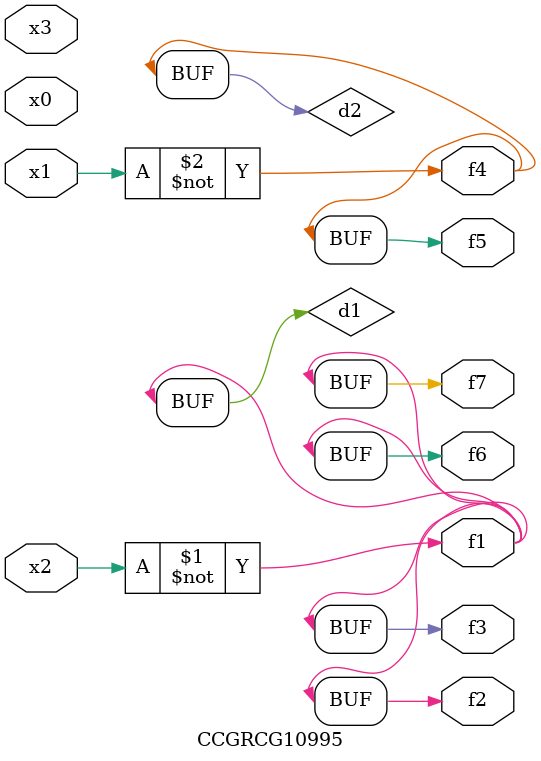
<source format=v>
module CCGRCG10995(
	input x0, x1, x2, x3,
	output f1, f2, f3, f4, f5, f6, f7
);

	wire d1, d2;

	xnor (d1, x2);
	not (d2, x1);
	assign f1 = d1;
	assign f2 = d1;
	assign f3 = d1;
	assign f4 = d2;
	assign f5 = d2;
	assign f6 = d1;
	assign f7 = d1;
endmodule

</source>
